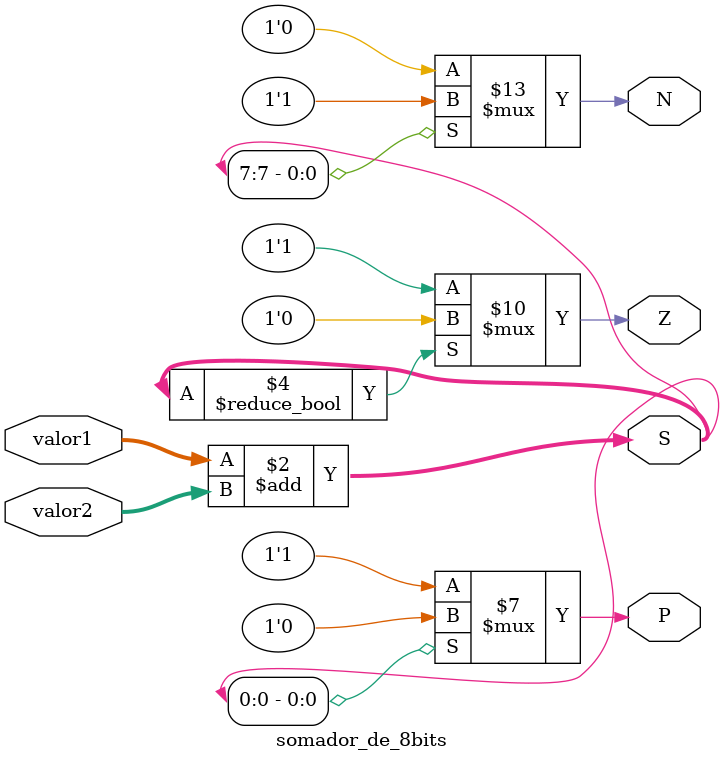
<source format=sv>
module somador_de_8bits( input signed [7:0] valor1, valor2, output signed [7:0] S, output reg Z, N, P);
  
    always @(*) begin
      
      S = valor1 + valor2;
      if (S[7] != 1) begin
        N = 0;
      end else begin
        N = 1;
      end
      if (S != 0) begin
        Z = 0;
      end else begin
        Z = 1;
      end
      if (S[0] != 0) begin
        P = 0;
      end else begin
        P = 1;
      end
    end
endmodule
</source>
